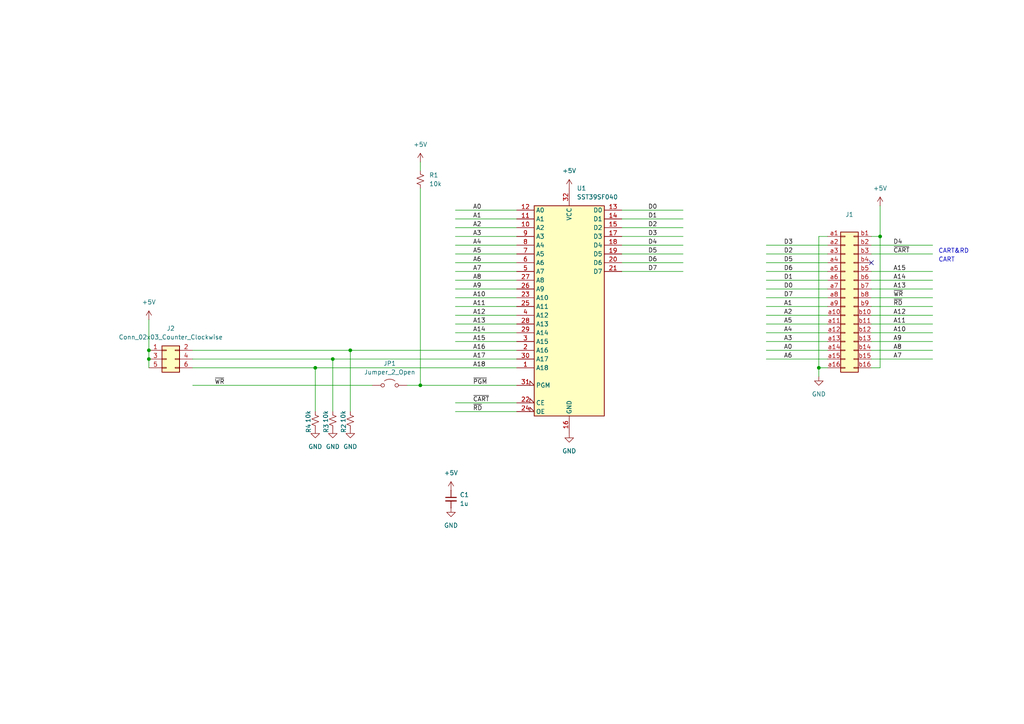
<source format=kicad_sch>
(kicad_sch (version 20231120) (generator "eeschema") (generator_version "8.0")
  (paper "A4")
  (lib_symbols
    (symbol "Connector_Generic:Conn_02x03_Odd_Even" (pin_names (offset 1.016) hide)
      (property "Reference" "J" (at 1.27 5.08 0))
      (property "Value" "Conn_02x03_Odd_Even" (at 1.27 -5.08 0))
      (symbol "Conn_02x03_Odd_Even_1_1"
        (rectangle (start -1.27 -2.413) (end 0 -2.667) (stroke (width 0.1524)))
        (rectangle (start -1.27 0.127) (end 0 -0.127) (stroke (width 0.1524)))
        (rectangle (start -1.27 2.667) (end 0 2.413) (stroke (width 0.1524)))
        (rectangle (start -1.27 3.81) (end 3.81 -3.81) (stroke (width 0.254)) (fill (type background)))
        (rectangle (start 3.81 -2.413) (end 2.54 -2.667) (stroke (width 0.1524)))
        (rectangle (start 3.81 0.127) (end 2.54 -0.127) (stroke (width 0.1524)))
        (rectangle (start 3.81 2.667) (end 2.54 2.413) (stroke (width 0.1524)))
        (pin passive line (at -5.08 2.54 0) (length 3.81) (name "Pin_1") (number "1"))
        (pin passive line (at 7.62 2.54 180) (length 3.81) (name "Pin_2") (number "2"))
        (pin passive line (at -5.08 0 0) (length 3.81) (name "Pin_3") (number "3"))
        (pin passive line (at 7.62 0 180) (length 3.81) (name "Pin_4") (number "4"))
        (pin passive line (at -5.08 -2.54 0) (length 3.81) (name "Pin_5") (number "5"))
        (pin passive line (at 7.62 -2.54 180) (length 3.81) (name "Pin_6") (number "6"))
      )
    )
    (symbol "Connector_Generic:Conn_02x16_Row_Letter_First" (pin_names (offset 1.016) hide)
      (property "Reference" "J" (at 1.27 20.32 0))
      (property "Value" "Conn_02x16_Row_Letter_First" (at 1.27 -22.86 0))
      (symbol "Conn_02x16_Row_Letter_First_1_1"
        (rectangle (start -1.27 -20.193) (end 0 -20.447) (stroke (width 0.1524)))
        (rectangle (start -1.27 -17.653) (end 0 -17.907) (stroke (width 0.1524)))
        (rectangle (start -1.27 -15.113) (end 0 -15.367) (stroke (width 0.1524)))
        (rectangle (start -1.27 -12.573) (end 0 -12.827) (stroke (width 0.1524)))
        (rectangle (start -1.27 -10.033) (end 0 -10.287) (stroke (width 0.1524)))
        (rectangle (start -1.27 -7.493) (end 0 -7.747) (stroke (width 0.1524)))
        (rectangle (start -1.27 -4.953) (end 0 -5.207) (stroke (width 0.1524)))
        (rectangle (start -1.27 -2.413) (end 0 -2.667) (stroke (width 0.1524)))
        (rectangle (start -1.27 0.127) (end 0 -0.127) (stroke (width 0.1524)))
        (rectangle (start -1.27 2.667) (end 0 2.413) (stroke (width 0.1524)))
        (rectangle (start -1.27 5.207) (end 0 4.953) (stroke (width 0.1524)))
        (rectangle (start -1.27 7.747) (end 0 7.493) (stroke (width 0.1524)))
        (rectangle (start -1.27 10.287) (end 0 10.033) (stroke (width 0.1524)))
        (rectangle (start -1.27 12.827) (end 0 12.573) (stroke (width 0.1524)))
        (rectangle (start -1.27 15.367) (end 0 15.113) (stroke (width 0.1524)))
        (rectangle (start -1.27 17.907) (end 0 17.653) (stroke (width 0.1524)))
        (rectangle (start -1.27 19.05) (end 3.81 -21.59) (stroke (width 0.254)) (fill (type background)))
        (rectangle (start 3.81 -20.193) (end 2.54 -20.447) (stroke (width 0.1524)))
        (rectangle (start 3.81 -17.653) (end 2.54 -17.907) (stroke (width 0.1524)))
        (rectangle (start 3.81 -15.113) (end 2.54 -15.367) (stroke (width 0.1524)))
        (rectangle (start 3.81 -12.573) (end 2.54 -12.827) (stroke (width 0.1524)))
        (rectangle (start 3.81 -10.033) (end 2.54 -10.287) (stroke (width 0.1524)))
        (rectangle (start 3.81 -7.493) (end 2.54 -7.747) (stroke (width 0.1524)))
        (rectangle (start 3.81 -4.953) (end 2.54 -5.207) (stroke (width 0.1524)))
        (rectangle (start 3.81 -2.413) (end 2.54 -2.667) (stroke (width 0.1524)))
        (rectangle (start 3.81 0.127) (end 2.54 -0.127) (stroke (width 0.1524)))
        (rectangle (start 3.81 2.667) (end 2.54 2.413) (stroke (width 0.1524)))
        (rectangle (start 3.81 5.207) (end 2.54 4.953) (stroke (width 0.1524)))
        (rectangle (start 3.81 7.747) (end 2.54 7.493) (stroke (width 0.1524)))
        (rectangle (start 3.81 10.287) (end 2.54 10.033) (stroke (width 0.1524)))
        (rectangle (start 3.81 12.827) (end 2.54 12.573) (stroke (width 0.1524)))
        (rectangle (start 3.81 15.367) (end 2.54 15.113) (stroke (width 0.1524)))
        (rectangle (start 3.81 17.907) (end 2.54 17.653) (stroke (width 0.1524)))
        (pin passive line (at -5.08 17.78 0) (length 3.81) (name "Pin_a1") (number "a1"))
        (pin passive line (at -5.08 -5.08 0) (length 3.81) (name "Pin_a10") (number "a10"))
        (pin passive line (at -5.08 -7.62 0) (length 3.81) (name "Pin_a11") (number "a11"))
        (pin passive line (at -5.08 -10.16 0) (length 3.81) (name "Pin_a12") (number "a12"))
        (pin passive line (at -5.08 -12.7 0) (length 3.81) (name "Pin_a13") (number "a13"))
        (pin passive line (at -5.08 -15.24 0) (length 3.81) (name "Pin_a14") (number "a14"))
        (pin passive line (at -5.08 -17.78 0) (length 3.81) (name "Pin_a15") (number "a15"))
        (pin passive line (at -5.08 -20.32 0) (length 3.81) (name "Pin_a16") (number "a16"))
        (pin passive line (at -5.08 15.24 0) (length 3.81) (name "Pin_a2") (number "a2"))
        (pin passive line (at -5.08 12.7 0) (length 3.81) (name "Pin_a3") (number "a3"))
        (pin passive line (at -5.08 10.16 0) (length 3.81) (name "Pin_a4") (number "a4"))
        (pin passive line (at -5.08 7.62 0) (length 3.81) (name "Pin_a5") (number "a5"))
        (pin passive line (at -5.08 5.08 0) (length 3.81) (name "Pin_a6") (number "a6"))
        (pin passive line (at -5.08 2.54 0) (length 3.81) (name "Pin_a7") (number "a7"))
        (pin passive line (at -5.08 0 0) (length 3.81) (name "Pin_a8") (number "a8"))
        (pin passive line (at -5.08 -2.54 0) (length 3.81) (name "Pin_a9") (number "a9"))
        (pin passive line (at 7.62 17.78 180) (length 3.81) (name "Pin_b1") (number "b1"))
        (pin passive line (at 7.62 -5.08 180) (length 3.81) (name "Pin_b10") (number "b10"))
        (pin passive line (at 7.62 -7.62 180) (length 3.81) (name "Pin_b11") (number "b11"))
        (pin passive line (at 7.62 -10.16 180) (length 3.81) (name "Pin_b12") (number "b12"))
        (pin passive line (at 7.62 -12.7 180) (length 3.81) (name "Pin_b13") (number "b13"))
        (pin passive line (at 7.62 -15.24 180) (length 3.81) (name "Pin_b14") (number "b14"))
        (pin passive line (at 7.62 -17.78 180) (length 3.81) (name "Pin_b15") (number "b15"))
        (pin passive line (at 7.62 -20.32 180) (length 3.81) (name "Pin_b16") (number "b16"))
        (pin passive line (at 7.62 15.24 180) (length 3.81) (name "Pin_b2") (number "b2"))
        (pin passive line (at 7.62 12.7 180) (length 3.81) (name "Pin_b3") (number "b3"))
        (pin passive line (at 7.62 10.16 180) (length 3.81) (name "Pin_b4") (number "b4"))
        (pin passive line (at 7.62 7.62 180) (length 3.81) (name "Pin_b5") (number "b5"))
        (pin passive line (at 7.62 5.08 180) (length 3.81) (name "Pin_b6") (number "b6"))
        (pin passive line (at 7.62 2.54 180) (length 3.81) (name "Pin_b7") (number "b7"))
        (pin passive line (at 7.62 0 180) (length 3.81) (name "Pin_b8") (number "b8"))
        (pin passive line (at 7.62 -2.54 180) (length 3.81) (name "Pin_b9") (number "b9"))
      )
    )
    (symbol "Device:C_Small" (pin_numbers hide) (pin_names (offset 0.254) hide)
      (property "Reference" "C" (at 0.254 1.778 0))
      (property "Value" "C_Small" (at 0.254 -2.032 0))
      (symbol "C_Small_0_1"
        (polyline (pts (xy -1.524 -0.508) (xy 1.524 -0.508)) (stroke (width 0.3302)))
        (polyline (pts (xy -1.524 0.508) (xy 1.524 0.508)) (stroke (width 0.3048)))
      )
      (symbol "C_Small_1_1"
        (pin passive line (at 0 2.54 270) (length 2.032) (name "~") (number "1"))
        (pin passive line (at 0 -2.54 90) (length 2.032) (name "~") (number "2"))
      )
    )
    (symbol "Device:R_Small_US" (pin_numbers hide) (pin_names (offset 0.254) hide)
      (property "Reference" "R" (at 0.762 0.508 0))
      (property "Value" "R_Small_US" (at 0.762 -1.016 0))
      (symbol "R_Small_US_1_1"
        (polyline (pts (xy 0 0) (xy 1.016 -0.381) (xy 0 -0.762) (xy -1.016 -1.143) (xy 0 -1.524)))
        (polyline (pts (xy 0 1.524) (xy 1.016 1.143) (xy 0 0.762) (xy -1.016 0.381) (xy 0 0)))
        (pin passive line (at 0 2.54 270) (length 1.016) (name "~") (number "1"))
        (pin passive line (at 0 -2.54 90) (length 1.016) (name "~") (number "2"))
      )
    )
    (symbol "Jumper:Jumper_2_Open" (pin_numbers hide) (pin_names (offset 0) hide) (exclude_from_sim yes)
      (property "Reference" "JP" (at 0 2.794 0))
      (property "Value" "Jumper_2_Open" (at 0 -2.286 0))
      (symbol "Jumper_2_Open_0_0"
        (circle (center -2.032 0) (radius 0.508))
        (circle (center 2.032 0) (radius 0.508))
      )
      (symbol "Jumper_2_Open_0_1"
        (arc (start 1.524 1.27) (mid 0 1.778) (end -1.524 1.27))
      )
      (symbol "Jumper_2_Open_1_1"
        (pin passive line (at -5.08 0 0) (length 2.54) (name "A") (number "1"))
        (pin passive line (at 5.08 0 180) (length 2.54) (name "B") (number "2"))
      )
    )
    (symbol "Memory_Flash:SST39SF040"
      (property "Reference" "U" (at 2.54 33.02 0))
      (property "Value" "SST39SF040" (at 0 -30.48 0))
      (symbol "SST39SF040_0_0"
        (pin power_in line (at 0 -34.29 90) (length 5.08) (name "GND") (number "16"))
        (pin power_in line (at 0 36.83 270) (length 5.08) (name "VCC") (number "32"))
      )
      (symbol "SST39SF040_0_1"
        (rectangle (start -10.16 31.75) (end 10.16 -29.21) (stroke (width 0.254)) (fill (type background)))
      )
      (symbol "SST39SF040_1_1"
        (pin input line (at -15.24 -15.24 0) (length 5.08) (name "A18") (number "1"))
        (pin input line (at -15.24 25.4 0) (length 5.08) (name "A2") (number "10"))
        (pin input line (at -15.24 27.94 0) (length 5.08) (name "A1") (number "11"))
        (pin input line (at -15.24 30.48 0) (length 5.08) (name "A0") (number "12"))
        (pin tri_state line (at 15.24 30.48 180) (length 5.08) (name "D0") (number "13"))
        (pin tri_state line (at 15.24 27.94 180) (length 5.08) (name "D1") (number "14"))
        (pin tri_state line (at 15.24 25.4 180) (length 5.08) (name "D2") (number "15"))
        (pin tri_state line (at 15.24 22.86 180) (length 5.08) (name "D3") (number "17"))
        (pin tri_state line (at 15.24 20.32 180) (length 5.08) (name "D4") (number "18"))
        (pin tri_state line (at 15.24 17.78 180) (length 5.08) (name "D5") (number "19"))
        (pin input line (at -15.24 -10.16 0) (length 5.08) (name "A16") (number "2"))
        (pin tri_state line (at 15.24 15.24 180) (length 5.08) (name "D6") (number "20"))
        (pin tri_state line (at 15.24 12.7 180) (length 5.08) (name "D7") (number "21"))
        (pin input input_low (at -15.24 -25.4 0) (length 5.08) (name "CE") (number "22"))
        (pin input line (at -15.24 5.08 0) (length 5.08) (name "A10") (number "23"))
        (pin input input_low (at -15.24 -27.94 0) (length 5.08) (name "OE") (number "24"))
        (pin input line (at -15.24 2.54 0) (length 5.08) (name "A11") (number "25"))
        (pin input line (at -15.24 7.62 0) (length 5.08) (name "A9") (number "26"))
        (pin input line (at -15.24 10.16 0) (length 5.08) (name "A8") (number "27"))
        (pin input line (at -15.24 -2.54 0) (length 5.08) (name "A13") (number "28"))
        (pin input line (at -15.24 -5.08 0) (length 5.08) (name "A14") (number "29"))
        (pin input line (at -15.24 -7.62 0) (length 5.08) (name "A15") (number "3"))
        (pin input line (at -15.24 -12.7 0) (length 5.08) (name "A17") (number "30"))
        (pin input input_low (at -15.24 -20.32 0) (length 5.08) (name "PGM") (number "31"))
        (pin input line (at -15.24 0 0) (length 5.08) (name "A12") (number "4"))
        (pin input line (at -15.24 12.7 0) (length 5.08) (name "A7") (number "5"))
        (pin input line (at -15.24 15.24 0) (length 5.08) (name "A6") (number "6"))
        (pin input line (at -15.24 17.78 0) (length 5.08) (name "A5") (number "7"))
        (pin input line (at -15.24 20.32 0) (length 5.08) (name "A4") (number "8"))
        (pin input line (at -15.24 22.86 0) (length 5.08) (name "A3") (number "9"))
      )
    )
    (symbol "power:+5V" (power) (pin_numbers hide) (pin_names (offset 0) hide)
      (property "Value" "+5V" (at 0 3.556 0))
      (symbol "+5V_0_1"
        (polyline (pts (xy -0.762 1.27) (xy 0 2.54)))
        (polyline (pts (xy 0 0) (xy 0 2.54)))
        (polyline (pts (xy 0 2.54) (xy 0.762 1.27)))
      )
      (symbol "+5V_1_1"
        (pin power_in line (at 0 0 90) (length 0) (name "~") (number "1"))
      )
    )
    (symbol "power:GND" (power) (pin_numbers hide) (pin_names (offset 0) hide)
      (property "Value" "GND" (at 0 -3.81 0))
      (symbol "GND_0_1"
        (polyline (pts (xy 0 0) (xy 0 -1.27) (xy 1.27 -1.27) (xy 0 -2.54) (xy -1.27 -1.27) (xy 0 -1.27)))
      )
      (symbol "GND_1_1"
        (pin power_in line (at 0 0 270) (length 0) (name "~") (number "1"))
      )
    )
  )
  (junction (at 101.6 101.6))
  (junction (at 255.27 68.58))
  (junction (at 237.49 106.68))
  (junction (at 121.92 111.76))
  (junction (at 43.18 104.14))
  (junction (at 96.52 104.14))
  (junction (at 43.18 101.6))
  (junction (at 91.44 106.68))
  (no_connect (at 252.73 76.2))
  (wire (pts (xy 180.34 78.74) (xy 198.12 78.74)))
  (wire (pts (xy 222.25 73.66) (xy 240.03 73.66)))
  (wire (pts (xy 237.49 106.68) (xy 240.03 106.68)))
  (wire (pts (xy 252.73 99.06) (xy 270.51 99.06)))
  (wire (pts (xy 55.88 111.76) (xy 107.95 111.76)))
  (wire (pts (xy 132.08 93.98) (xy 149.86 93.98)))
  (wire (pts (xy 132.08 99.06) (xy 149.86 99.06)))
  (wire (pts (xy 252.73 104.14) (xy 270.51 104.14)))
  (wire (pts (xy 121.92 46.99) (xy 121.92 49.53)))
  (wire (pts (xy 43.18 92.71) (xy 43.18 101.6)))
  (wire (pts (xy 252.73 78.74) (xy 270.51 78.74)))
  (wire (pts (xy 180.34 76.2) (xy 198.12 76.2)))
  (wire (pts (xy 132.08 96.52) (xy 149.86 96.52)))
  (wire (pts (xy 255.27 68.58) (xy 252.73 68.58)))
  (wire (pts (xy 118.11 111.76) (xy 121.92 111.76)))
  (wire (pts (xy 222.25 104.14) (xy 240.03 104.14)))
  (wire (pts (xy 91.44 106.68) (xy 91.44 119.38)))
  (wire (pts (xy 121.92 111.76) (xy 149.86 111.76)))
  (wire (pts (xy 252.73 101.6) (xy 270.51 101.6)))
  (wire (pts (xy 132.08 78.74) (xy 149.86 78.74)))
  (wire (pts (xy 252.73 96.52) (xy 270.51 96.52)))
  (wire (pts (xy 222.25 96.52) (xy 240.03 96.52)))
  (wire (pts (xy 252.73 88.9) (xy 270.51 88.9)))
  (wire (pts (xy 255.27 68.58) (xy 255.27 106.68)))
  (wire (pts (xy 222.25 99.06) (xy 240.03 99.06)))
  (wire (pts (xy 132.08 63.5) (xy 149.86 63.5)))
  (wire (pts (xy 222.25 81.28) (xy 240.03 81.28)))
  (wire (pts (xy 101.6 101.6) (xy 149.86 101.6)))
  (wire (pts (xy 132.08 91.44) (xy 149.86 91.44)))
  (wire (pts (xy 180.34 73.66) (xy 198.12 73.66)))
  (wire (pts (xy 132.08 73.66) (xy 149.86 73.66)))
  (wire (pts (xy 91.44 106.68) (xy 149.86 106.68)))
  (wire (pts (xy 222.25 93.98) (xy 240.03 93.98)))
  (wire (pts (xy 132.08 68.58) (xy 149.86 68.58)))
  (wire (pts (xy 132.08 83.82) (xy 149.86 83.82)))
  (wire (pts (xy 180.34 63.5) (xy 198.12 63.5)))
  (wire (pts (xy 180.34 68.58) (xy 198.12 68.58)))
  (wire (pts (xy 255.27 68.58) (xy 255.27 59.69)))
  (wire (pts (xy 180.34 71.12) (xy 198.12 71.12)))
  (wire (pts (xy 222.25 101.6) (xy 240.03 101.6)))
  (wire (pts (xy 252.73 93.98) (xy 270.51 93.98)))
  (wire (pts (xy 237.49 68.58) (xy 240.03 68.58)))
  (wire (pts (xy 222.25 88.9) (xy 240.03 88.9)))
  (wire (pts (xy 132.08 86.36) (xy 149.86 86.36)))
  (wire (pts (xy 222.25 71.12) (xy 240.03 71.12)))
  (wire (pts (xy 132.08 66.04) (xy 149.86 66.04)))
  (wire (pts (xy 43.18 104.14) (xy 43.18 106.68)))
  (wire (pts (xy 121.92 54.61) (xy 121.92 111.76)))
  (wire (pts (xy 222.25 83.82) (xy 240.03 83.82)))
  (wire (pts (xy 132.08 71.12) (xy 149.86 71.12)))
  (wire (pts (xy 132.08 60.96) (xy 149.86 60.96)))
  (wire (pts (xy 132.08 76.2) (xy 149.86 76.2)))
  (wire (pts (xy 180.34 60.96) (xy 198.12 60.96)))
  (wire (pts (xy 237.49 68.58) (xy 237.49 106.68)))
  (wire (pts (xy 55.88 104.14) (xy 96.52 104.14)))
  (wire (pts (xy 101.6 119.38) (xy 101.6 101.6)))
  (wire (pts (xy 252.73 91.44) (xy 270.51 91.44)))
  (wire (pts (xy 132.08 81.28) (xy 149.86 81.28)))
  (wire (pts (xy 222.25 91.44) (xy 240.03 91.44)))
  (wire (pts (xy 252.73 71.12) (xy 270.51 71.12)))
  (wire (pts (xy 96.52 104.14) (xy 149.86 104.14)))
  (wire (pts (xy 252.73 73.66) (xy 270.51 73.66)))
  (wire (pts (xy 252.73 86.36) (xy 270.51 86.36)))
  (wire (pts (xy 55.88 106.68) (xy 91.44 106.68)))
  (wire (pts (xy 252.73 81.28) (xy 270.51 81.28)))
  (wire (pts (xy 55.88 101.6) (xy 101.6 101.6)))
  (wire (pts (xy 43.18 101.6) (xy 43.18 104.14)))
  (wire (pts (xy 132.08 119.38) (xy 149.86 119.38)))
  (wire (pts (xy 252.73 83.82) (xy 270.51 83.82)))
  (wire (pts (xy 180.34 66.04) (xy 198.12 66.04)))
  (wire (pts (xy 222.25 76.2) (xy 240.03 76.2)))
  (wire (pts (xy 96.52 104.14) (xy 96.52 119.38)))
  (wire (pts (xy 132.08 88.9) (xy 149.86 88.9)))
  (wire (pts (xy 222.25 78.74) (xy 240.03 78.74)))
  (wire (pts (xy 222.25 86.36) (xy 240.03 86.36)))
  (wire (pts (xy 237.49 106.68) (xy 237.49 109.22)))
  (wire (pts (xy 132.08 116.84) (xy 149.86 116.84)))
  (wire (pts (xy 252.73 106.68) (xy 255.27 106.68)))
  (text "CART" (at 274.574 75.438 0) (effects (font (size 1.27 1.27))))
  (text "CART&RD" (at 276.606 72.898 0) (effects (font (size 1.27 1.27))))
  (label "A15" (at 259.08 78.74 0))
  (label "A2" (at 227.33 91.44 0))
  (label "A4" (at 227.33 96.52 0))
  (label "D3" (at 187.96 68.58 0))
  (label "A13" (at 137.16 93.98 0))
  (label "A6" (at 137.16 76.2 0))
  (label "A16" (at 137.16 101.6 0))
  (label "D7" (at 227.33 86.36 0))
  (label "A4" (at 137.16 71.12 0))
  (label "A18" (at 137.16 106.68 0))
  (label "~{RD}" (at 259.08 88.9 0))
  (label "A13" (at 259.08 83.82 0))
  (label "D2" (at 187.96 66.04 0))
  (label "A10" (at 137.16 86.36 0))
  (label "A5" (at 137.16 73.66 0))
  (label "A9" (at 259.08 99.06 0))
  (label "A14" (at 137.16 96.52 0))
  (label "A8" (at 259.08 101.6 0))
  (label "A2" (at 137.16 66.04 0))
  (label "A3" (at 137.16 68.58 0))
  (label "A5" (at 227.33 93.98 0))
  (label "A6" (at 227.33 104.14 0))
  (label "A7" (at 137.16 78.74 0))
  (label "A9" (at 137.16 83.82 0))
  (label "D5" (at 227.33 76.2 0))
  (label "~{WR}" (at 62.23 111.76 0))
  (label "D0" (at 187.96 60.96 0))
  (label "A1" (at 137.16 63.5 0))
  (label "~{PGM}" (at 137.16 111.76 0))
  (label "A10" (at 259.08 96.52 0))
  (label "A12" (at 259.08 91.44 0))
  (label "D3" (at 227.33 71.12 0))
  (label "A14" (at 259.08 81.28 0))
  (label "D4" (at 259.08 71.12 0))
  (label "D1" (at 227.33 81.28 0))
  (label "~{RD}" (at 137.16 119.38 0))
  (label "A1" (at 227.33 88.9 0))
  (label "A0" (at 227.33 101.6 0))
  (label "A11" (at 137.16 88.9 0))
  (label "A11" (at 259.08 93.98 0))
  (label "A8" (at 137.16 81.28 0))
  (label "A3" (at 227.33 99.06 0))
  (label "~{CART}" (at 259.08 73.66 0))
  (label "A15" (at 137.16 99.06 0))
  (label "A0" (at 137.16 60.96 0))
  (label "D1" (at 187.96 63.5 0))
  (label "~{WR}" (at 259.08 86.36 0))
  (label "D5" (at 187.96 73.66 0))
  (label "D6" (at 227.33 78.74 0))
  (label "D2" (at 227.33 73.66 0))
  (label "~{CART}" (at 137.16 116.84 0))
  (label "A7" (at 259.08 104.14 0))
  (label "A17" (at 137.16 104.14 0))
  (label "D4" (at 187.96 71.12 0))
  (label "D0" (at 227.33 83.82 0))
  (label "D7" (at 187.96 78.74 0))
  (label "D6" (at 187.96 76.2 0))
  (label "A12" (at 137.16 91.44 0))
  (symbol (lib_id "Device:R_Small_US") (at 91.44 121.92 0) (unit 1)
    (property "Reference" "R4" (at 89.5069 125.608 90) (effects (justify left)))
    (property "Value" "10k" (at 89.3821 122.6558 90) (effects (justify left)))
    (property "Footprint" "Resistor_THT:R_Box_L8.4mm_W2.5mm_P5.08mm" (effects (hide yes)))
    (property "Description" "Resistor, small US symbol" (effects (hide yes)))
  )
  (symbol (lib_id "Device:R_Small_US") (at 121.92 52.07 0) (unit 1)
    (property "Reference" "R1" (at 124.46 50.7999 0) (effects (justify left)))
    (property "Value" "10k" (at 124.46 53.3399 0) (effects (justify left)))
    (property "Footprint" "Resistor_THT:R_Box_L8.4mm_W2.5mm_P5.08mm" (effects (hide yes)))
    (property "Description" "Resistor, small US symbol" (effects (hide yes)))
  )
  (symbol (lib_id "power:GND") (at 130.81 147.32 0) (unit 1)
    (property "Reference" "#PWR010" (effects (hide yes)))
    (property "Value" "GND" (at 130.81 152.4 0))
    (property "Description" "Power symbol creates a global label with name \"GND\" , ground" (effects (hide yes)))
  )
  (symbol (lib_id "Device:C_Small") (at 130.81 144.78 0) (unit 1)
    (property "Reference" "C1" (at 133.35 143.5162 0) (effects (justify left)))
    (property "Value" "1u" (at 133.35 146.0562 0) (effects (justify left)))
    (property "Footprint" "Capacitor_THT:C_Disc_D3.0mm_W1.6mm_P2.50mm" (effects (hide yes)))
    (property "Description" "Unpolarized capacitor, small symbol" (effects (hide yes)))
  )
  (symbol (lib_id "power:+5V") (at 43.18 92.71 0) (unit 1)
    (property "Reference" "#PWR011" (effects (hide yes)))
    (property "Value" "+5V" (at 43.18 87.63 0))
    (property "Description" "Power symbol creates a global label with name \"+5V\"" (effects (hide yes)))
  )
  (symbol (lib_id "power:GND") (at 165.1 125.73 0) (unit 1)
    (property "Reference" "#PWR04" (effects (hide yes)))
    (property "Value" "GND" (at 165.1 130.81 0))
    (property "Description" "Power symbol creates a global label with name \"GND\" , ground" (effects (hide yes)))
  )
  (symbol (lib_id "Device:R_Small_US") (at 101.6 121.92 0) (unit 1)
    (property "Reference" "R2" (at 99.6669 125.608 90) (effects (justify left)))
    (property "Value" "10k" (at 99.5421 122.6558 90) (effects (justify left)))
    (property "Footprint" "Resistor_THT:R_Box_L8.4mm_W2.5mm_P5.08mm" (effects (hide yes)))
    (property "Description" "Resistor, small US symbol" (effects (hide yes)))
  )
  (symbol (lib_id "power:GND") (at 101.6 124.46 0) (unit 1)
    (property "Reference" "#PWR06" (effects (hide yes)))
    (property "Value" "GND" (at 101.6 129.54 0))
    (property "Description" "Power symbol creates a global label with name \"GND\" , ground" (effects (hide yes)))
  )
  (symbol (lib_id "power:+5V") (at 121.92 46.99 0) (unit 1)
    (property "Reference" "#PWR05" (effects (hide yes)))
    (property "Value" "+5V" (at 121.92 41.91 0))
    (property "Description" "Power symbol creates a global label with name \"+5V\"" (effects (hide yes)))
  )
  (symbol (lib_id "Jumper:Jumper_2_Open") (at 113.03 111.76 0) (unit 1) (exclude_from_sim yes)
    (property "Reference" "JP1" (at 113.03 105.41 0))
    (property "Value" "Jumper_2_Open" (at 113.03 107.95 0))
    (property "Footprint" "Connector_PinHeader_2.54mm:PinHeader_1x02_P2.54mm_Vertical" (effects (hide yes)))
    (property "Description" "Jumper, 2-pole, open" (effects (hide yes)))
  )
  (symbol (lib_id "power:GND") (at 91.44 124.46 0) (unit 1)
    (property "Reference" "#PWR08" (effects (hide yes)))
    (property "Value" "GND" (at 91.44 129.54 0))
    (property "Description" "Power symbol creates a global label with name \"GND\" , ground" (effects (hide yes)))
  )
  (symbol (lib_id "power:GND") (at 96.52 124.46 0) (unit 1)
    (property "Reference" "#PWR07" (effects (hide yes)))
    (property "Value" "GND" (at 96.52 129.54 0))
    (property "Description" "Power symbol creates a global label with name \"GND\" , ground" (effects (hide yes)))
  )
  (symbol (lib_id "Memory_Flash:SST39SF040") (at 165.1 91.44 0) (unit 1)
    (property "Reference" "U1" (at 167.2941 54.61 0) (effects (justify left)))
    (property "Value" "SST39SF040" (at 167.2941 57.15 0) (effects (justify left)))
    (property "Footprint" "Package_DIP:DIP-32_W15.24mm_Socket_LongPads" (effects (hide yes)))
    (property "Datasheet" "http://ww1.microchip.com/downloads/en/DeviceDoc/25022B.pdf" (effects (hide yes)))
    (property "Description" "Silicon Storage Technology (SSF) 512k x 8 Flash ROM" (effects (hide yes)))
  )
  (symbol (lib_id "power:+5V") (at 255.27 59.69 0) (unit 1)
    (property "Reference" "#PWR02" (effects (hide yes)))
    (property "Value" "+5V" (at 255.27 54.61 0))
    (property "Description" "Power symbol creates a global label with name \"+5V\"" (effects (hide yes)))
  )
  (symbol (lib_id "Connector_Generic:Conn_02x03_Odd_Even") (at 48.26 104.14 0) (unit 1)
    (property "Reference" "J2" (at 49.53 95.25 0))
    (property "Value" "Conn_02x03_Counter_Clockwise" (at 49.53 97.79 0))
    (property "Footprint" "Connector_PinHeader_2.54mm:PinHeader_2x03_P2.54mm_Vertical" (effects (hide yes)))
    (property "Description" "Generic connector, double row, 02x03, odd/even pin numbering scheme (row 1 odd numbers, row 2 even numbers), script generated (kicad-library-utils/schlib/autogen/connector/)" (effects (hide yes)))
  )
  (symbol (lib_id "Connector_Generic:Conn_02x16_Row_Letter_First") (at 245.11 86.36 0) (unit 1)
    (property "Reference" "J1" (at 246.38 62.23 0))
    (property "Value" "Conn_02x16_Row_Letter_First" (effects (hide yes)))
    (property "Footprint" "flash_board:ENTERPRISE_CARTRIGE_CONN" (effects (hide yes)))
    (property "Description" "Generic connector, double row, 02x16, row letter first pin numbering scheme (pin number consists of a letter for the row and a number for the pin index in this row. a1, ..., aN; b1, ..., bN), script generated (kicad-library-utils/schlib/autogen/connector/)" (effects (hide yes)))
  )
  (symbol (lib_id "power:+5V") (at 130.81 142.24 0) (unit 1)
    (property "Reference" "#PWR09" (effects (hide yes)))
    (property "Value" "+5V" (at 130.81 137.16 0))
    (property "Description" "Power symbol creates a global label with name \"+5V\"" (effects (hide yes)))
  )
  (symbol (lib_id "power:+5V") (at 165.1 54.61 0) (unit 1)
    (property "Reference" "#PWR03" (effects (hide yes)))
    (property "Value" "+5V" (at 165.1 49.53 0))
    (property "Description" "Power symbol creates a global label with name \"+5V\"" (effects (hide yes)))
  )
  (symbol (lib_id "power:GND") (at 237.49 109.22 0) (unit 1)
    (property "Reference" "#PWR01" (effects (hide yes)))
    (property "Value" "GND" (at 237.49 114.3 0))
    (property "Description" "Power symbol creates a global label with name \"GND\" , ground" (effects (hide yes)))
  )
  (symbol (lib_id "Device:R_Small_US") (at 96.52 121.92 0) (unit 1)
    (property "Reference" "R3" (at 94.5869 125.608 90) (effects (justify left)))
    (property "Value" "10k" (at 94.4621 122.6558 90) (effects (justify left)))
    (property "Footprint" "Resistor_THT:R_Box_L8.4mm_W2.5mm_P5.08mm" (effects (hide yes)))
    (property "Description" "Resistor, small US symbol" (effects (hide yes)))
  )
)
</source>
